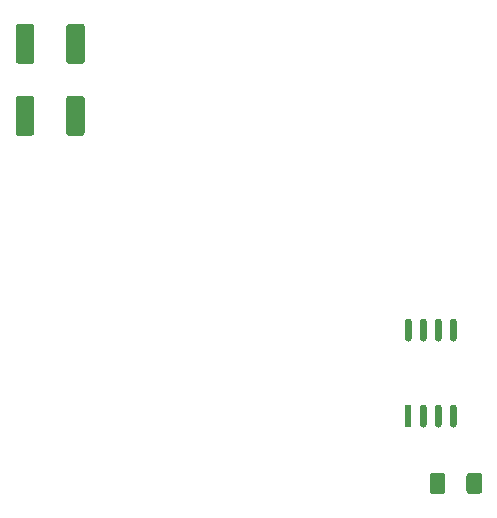
<source format=gbr>
%TF.GenerationSoftware,KiCad,Pcbnew,(5.1.10)-1*%
%TF.CreationDate,2021-11-16T23:10:03+01:00*%
%TF.ProjectId,Looper,4c6f6f70-6572-42e6-9b69-6361645f7063,rev?*%
%TF.SameCoordinates,Original*%
%TF.FileFunction,Paste,Top*%
%TF.FilePolarity,Positive*%
%FSLAX46Y46*%
G04 Gerber Fmt 4.6, Leading zero omitted, Abs format (unit mm)*
G04 Created by KiCad (PCBNEW (5.1.10)-1) date 2021-11-16 23:10:03*
%MOMM*%
%LPD*%
G01*
G04 APERTURE LIST*
%ADD10R,0.625831X1.965432*%
G04 APERTURE END LIST*
%TO.C,U3*%
G36*
G01*
X218008200Y-105089132D02*
X218008200Y-105089132D01*
G75*
G02*
X217695285Y-104776217I0J312915D01*
G01*
X217695285Y-103436615D01*
G75*
G02*
X218008200Y-103123700I312915J0D01*
G01*
X218008200Y-103123700D01*
G75*
G02*
X218321115Y-103436615I0J-312915D01*
G01*
X218321115Y-104776217D01*
G75*
G02*
X218008200Y-105089132I-312915J0D01*
G01*
G37*
G36*
G01*
X219278200Y-105089132D02*
X219278200Y-105089132D01*
G75*
G02*
X218965285Y-104776217I0J312915D01*
G01*
X218965285Y-103436615D01*
G75*
G02*
X219278200Y-103123700I312915J0D01*
G01*
X219278200Y-103123700D01*
G75*
G02*
X219591115Y-103436615I0J-312915D01*
G01*
X219591115Y-104776217D01*
G75*
G02*
X219278200Y-105089132I-312915J0D01*
G01*
G37*
G36*
G01*
X220548201Y-105089132D02*
X220548201Y-105089132D01*
G75*
G02*
X220235286Y-104776217I0J312915D01*
G01*
X220235286Y-103436615D01*
G75*
G02*
X220548201Y-103123700I312915J0D01*
G01*
X220548201Y-103123700D01*
G75*
G02*
X220861116Y-103436615I0J-312915D01*
G01*
X220861116Y-104776217D01*
G75*
G02*
X220548201Y-105089132I-312915J0D01*
G01*
G37*
G36*
G01*
X221818201Y-105089132D02*
X221818201Y-105089132D01*
G75*
G02*
X221505286Y-104776217I0J312915D01*
G01*
X221505286Y-103436615D01*
G75*
G02*
X221818201Y-103123700I312915J0D01*
G01*
X221818201Y-103123700D01*
G75*
G02*
X222131116Y-103436615I0J-312915D01*
G01*
X222131116Y-104776217D01*
G75*
G02*
X221818201Y-105089132I-312915J0D01*
G01*
G37*
G36*
G01*
X221818201Y-112369900D02*
X221818201Y-112369900D01*
G75*
G02*
X221505286Y-112056985I0J312915D01*
G01*
X221505286Y-110717383D01*
G75*
G02*
X221818201Y-110404468I312915J0D01*
G01*
X221818201Y-110404468D01*
G75*
G02*
X222131116Y-110717383I0J-312915D01*
G01*
X222131116Y-112056985D01*
G75*
G02*
X221818201Y-112369900I-312915J0D01*
G01*
G37*
G36*
G01*
X220548201Y-112369900D02*
X220548201Y-112369900D01*
G75*
G02*
X220235286Y-112056985I0J312915D01*
G01*
X220235286Y-110717383D01*
G75*
G02*
X220548201Y-110404468I312915J0D01*
G01*
X220548201Y-110404468D01*
G75*
G02*
X220861116Y-110717383I0J-312915D01*
G01*
X220861116Y-112056985D01*
G75*
G02*
X220548201Y-112369900I-312915J0D01*
G01*
G37*
G36*
G01*
X219278200Y-112369900D02*
X219278200Y-112369900D01*
G75*
G02*
X218965285Y-112056985I0J312915D01*
G01*
X218965285Y-110717383D01*
G75*
G02*
X219278200Y-110404468I312915J0D01*
G01*
X219278200Y-110404468D01*
G75*
G02*
X219591115Y-110717383I0J-312915D01*
G01*
X219591115Y-112056985D01*
G75*
G02*
X219278200Y-112369900I-312915J0D01*
G01*
G37*
D10*
X218008200Y-111387184D03*
%TD*%
%TO.C,C5*%
G36*
G01*
X222934500Y-117744001D02*
X222934500Y-116443999D01*
G75*
G02*
X223184499Y-116194000I249999J0D01*
G01*
X224009501Y-116194000D01*
G75*
G02*
X224259500Y-116443999I0J-249999D01*
G01*
X224259500Y-117744001D01*
G75*
G02*
X224009501Y-117994000I-249999J0D01*
G01*
X223184499Y-117994000D01*
G75*
G02*
X222934500Y-117744001I0J249999D01*
G01*
G37*
G36*
G01*
X219809500Y-117744001D02*
X219809500Y-116443999D01*
G75*
G02*
X220059499Y-116194000I249999J0D01*
G01*
X220884501Y-116194000D01*
G75*
G02*
X221134500Y-116443999I0J-249999D01*
G01*
X221134500Y-117744001D01*
G75*
G02*
X220884501Y-117994000I-249999J0D01*
G01*
X220059499Y-117994000D01*
G75*
G02*
X219809500Y-117744001I0J249999D01*
G01*
G37*
%TD*%
%TO.C,C13*%
G36*
G01*
X189056000Y-81333001D02*
X189056000Y-78432999D01*
G75*
G02*
X189305999Y-78183000I249999J0D01*
G01*
X190381001Y-78183000D01*
G75*
G02*
X190631000Y-78432999I0J-249999D01*
G01*
X190631000Y-81333001D01*
G75*
G02*
X190381001Y-81583000I-249999J0D01*
G01*
X189305999Y-81583000D01*
G75*
G02*
X189056000Y-81333001I0J249999D01*
G01*
G37*
G36*
G01*
X184781000Y-81333001D02*
X184781000Y-78432999D01*
G75*
G02*
X185030999Y-78183000I249999J0D01*
G01*
X186106001Y-78183000D01*
G75*
G02*
X186356000Y-78432999I0J-249999D01*
G01*
X186356000Y-81333001D01*
G75*
G02*
X186106001Y-81583000I-249999J0D01*
G01*
X185030999Y-81583000D01*
G75*
G02*
X184781000Y-81333001I0J249999D01*
G01*
G37*
%TD*%
%TO.C,C12*%
G36*
G01*
X189034500Y-87429001D02*
X189034500Y-84528999D01*
G75*
G02*
X189284499Y-84279000I249999J0D01*
G01*
X190359501Y-84279000D01*
G75*
G02*
X190609500Y-84528999I0J-249999D01*
G01*
X190609500Y-87429001D01*
G75*
G02*
X190359501Y-87679000I-249999J0D01*
G01*
X189284499Y-87679000D01*
G75*
G02*
X189034500Y-87429001I0J249999D01*
G01*
G37*
G36*
G01*
X184759500Y-87429001D02*
X184759500Y-84528999D01*
G75*
G02*
X185009499Y-84279000I249999J0D01*
G01*
X186084501Y-84279000D01*
G75*
G02*
X186334500Y-84528999I0J-249999D01*
G01*
X186334500Y-87429001D01*
G75*
G02*
X186084501Y-87679000I-249999J0D01*
G01*
X185009499Y-87679000D01*
G75*
G02*
X184759500Y-87429001I0J249999D01*
G01*
G37*
%TD*%
M02*

</source>
